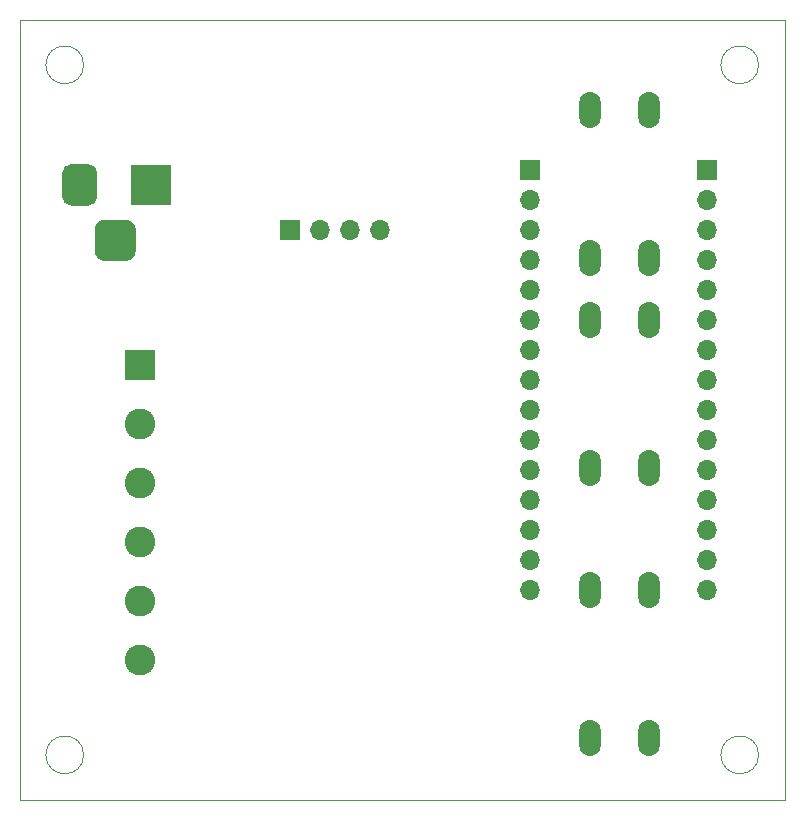
<source format=gbr>
%TF.GenerationSoftware,KiCad,Pcbnew,5.1.9-73d0e3b20d~88~ubuntu20.04.1*%
%TF.CreationDate,2021-01-06T22:16:02+03:00*%
%TF.ProjectId,RGBschildD2PAK,52474273-6368-4696-9c64-443250414b2e,rev?*%
%TF.SameCoordinates,Original*%
%TF.FileFunction,Soldermask,Bot*%
%TF.FilePolarity,Negative*%
%FSLAX46Y46*%
G04 Gerber Fmt 4.6, Leading zero omitted, Abs format (unit mm)*
G04 Created by KiCad (PCBNEW 5.1.9-73d0e3b20d~88~ubuntu20.04.1) date 2021-01-06 22:16:02*
%MOMM*%
%LPD*%
G01*
G04 APERTURE LIST*
%TA.AperFunction,Profile*%
%ADD10C,0.100000*%
%TD*%
%ADD11O,1.700000X1.700000*%
%ADD12R,1.700000X1.700000*%
%ADD13O,1.850000X3.048000*%
%ADD14C,2.600000*%
%ADD15R,2.600000X2.600000*%
%ADD16R,3.500000X3.500000*%
G04 APERTURE END LIST*
D10*
X159080000Y-120650000D02*
G75*
G03*
X159080000Y-120650000I-1600000J0D01*
G01*
X101930000Y-120650000D02*
G75*
G03*
X101930000Y-120650000I-1600000J0D01*
G01*
X159080000Y-62230000D02*
G75*
G03*
X159080000Y-62230000I-1600000J0D01*
G01*
X101930000Y-62230000D02*
G75*
G03*
X101930000Y-62230000I-1600000J0D01*
G01*
X96520000Y-58420000D02*
X161290000Y-58420000D01*
X96520000Y-58420000D02*
X96520000Y-124460000D01*
X161290000Y-124460000D02*
X161290000Y-58420000D01*
X96520000Y-124460000D02*
X161290000Y-124460000D01*
D11*
%TO.C,J1*%
X127000000Y-76200000D03*
X124460000Y-76200000D03*
X121920000Y-76200000D03*
D12*
X119380000Y-76200000D03*
%TD*%
D13*
%TO.C,SW3*%
X149780000Y-106680000D03*
X144780000Y-106680000D03*
X149780000Y-119180000D03*
X144780000Y-119180000D03*
%TD*%
D11*
%TO.C,P2*%
X154686000Y-106680000D03*
X154686000Y-104140000D03*
X154686000Y-101600000D03*
X154686000Y-99060000D03*
X154686000Y-96520000D03*
X154686000Y-93980000D03*
X154686000Y-91440000D03*
X154686000Y-88900000D03*
X154686000Y-86360000D03*
X154686000Y-83820000D03*
X154686000Y-81280000D03*
X154686000Y-78740000D03*
X154686000Y-76200000D03*
X154686000Y-73660000D03*
D12*
X154686000Y-71120000D03*
%TD*%
D13*
%TO.C,SW2*%
X149780000Y-83820000D03*
X144780000Y-83820000D03*
X149780000Y-96320000D03*
X144780000Y-96320000D03*
%TD*%
%TO.C,SW1*%
X149780000Y-66040000D03*
X144780000Y-66040000D03*
X149780000Y-78540000D03*
X144780000Y-78540000D03*
%TD*%
D11*
%TO.C,P1*%
X139700000Y-106680000D03*
X139700000Y-104140000D03*
X139700000Y-101600000D03*
X139700000Y-99060000D03*
X139700000Y-96520000D03*
X139700000Y-93980000D03*
X139700000Y-91440000D03*
X139700000Y-88900000D03*
X139700000Y-86360000D03*
X139700000Y-83820000D03*
X139700000Y-81280000D03*
X139700000Y-78740000D03*
X139700000Y-76200000D03*
X139700000Y-73660000D03*
D12*
X139700000Y-71120000D03*
%TD*%
D14*
%TO.C,J3*%
X106680000Y-112630000D03*
X106680000Y-107630000D03*
X106680000Y-102630000D03*
X106680000Y-97630000D03*
X106680000Y-92630000D03*
D15*
X106680000Y-87630000D03*
%TD*%
%TO.C,J2*%
G36*
G01*
X102850000Y-77965000D02*
X102850000Y-76215000D01*
G75*
G02*
X103725000Y-75340000I875000J0D01*
G01*
X105475000Y-75340000D01*
G75*
G02*
X106350000Y-76215000I0J-875000D01*
G01*
X106350000Y-77965000D01*
G75*
G02*
X105475000Y-78840000I-875000J0D01*
G01*
X103725000Y-78840000D01*
G75*
G02*
X102850000Y-77965000I0J875000D01*
G01*
G37*
G36*
G01*
X100100000Y-73390000D02*
X100100000Y-71390000D01*
G75*
G02*
X100850000Y-70640000I750000J0D01*
G01*
X102350000Y-70640000D01*
G75*
G02*
X103100000Y-71390000I0J-750000D01*
G01*
X103100000Y-73390000D01*
G75*
G02*
X102350000Y-74140000I-750000J0D01*
G01*
X100850000Y-74140000D01*
G75*
G02*
X100100000Y-73390000I0J750000D01*
G01*
G37*
D16*
X107600000Y-72390000D03*
%TD*%
M02*

</source>
